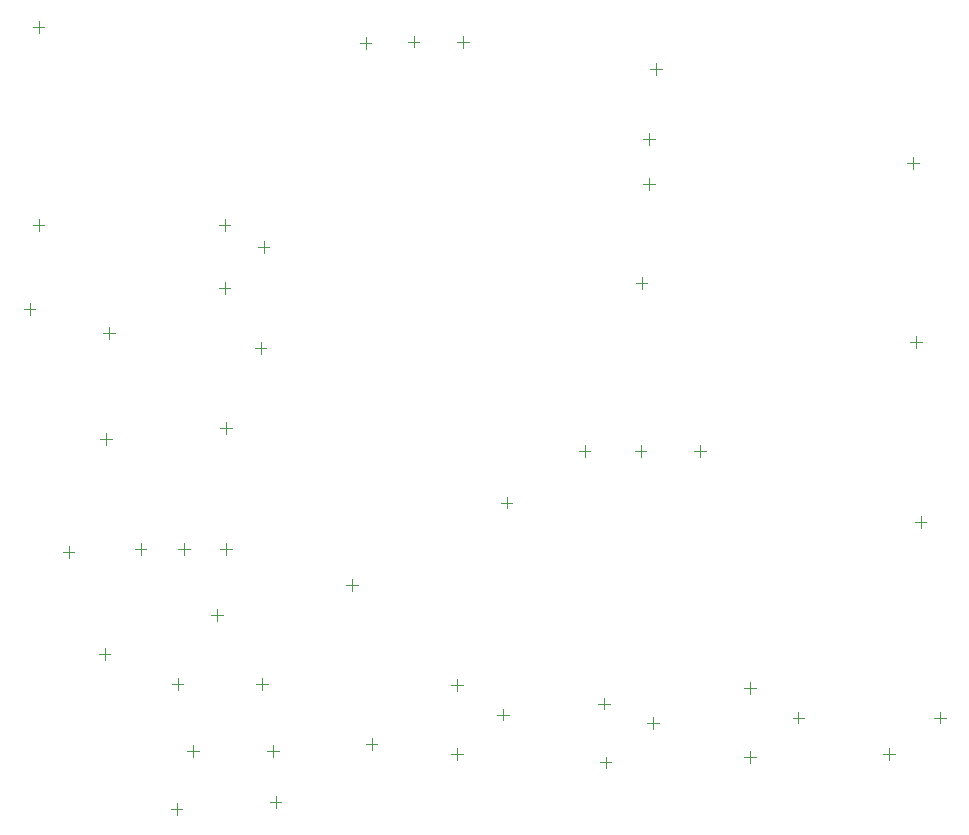
<source format=gbr>
G04*
G04 #@! TF.GenerationSoftware,Altium Limited,Altium Designer,24.2.2 (26)*
G04*
G04 Layer_Color=0*
%FSLAX44Y44*%
%MOMM*%
G71*
G04*
G04 #@! TF.SameCoordinates,251A4116-46B9-4EB5-9C36-AF9AACF17162*
G04*
G04*
G04 #@! TF.FilePolarity,Positive*
G04*
G01*
G75*
%ADD104C,0.1000*%
D104*
X41990Y572770D02*
X51990D01*
X46990Y567770D02*
Y577770D01*
X106680Y475850D02*
Y485850D01*
X101680Y480850D02*
X111680D01*
X323850Y721560D02*
Y731560D01*
X318850Y726560D02*
X328850D01*
X406400Y722710D02*
Y732710D01*
X401400Y727710D02*
X411400D01*
X564862Y704850D02*
X574862D01*
X569862Y699850D02*
Y709850D01*
X787400Y620208D02*
Y630208D01*
X782400Y625208D02*
X792400D01*
X229950Y468630D02*
X239950D01*
X234950Y463630D02*
Y473630D01*
X99140Y391160D02*
X109140D01*
X104140Y386160D02*
Y396160D01*
X359840Y727710D02*
X369140D01*
X364490Y723060D02*
Y732360D01*
X809850Y150430D02*
Y160430D01*
X804850Y155430D02*
X814850D01*
X690320Y150430D02*
Y160430D01*
X685320Y155430D02*
X695320D01*
X312420Y262970D02*
Y272970D01*
X307420Y267970D02*
X317420D01*
X240441Y127000D02*
X250441D01*
X245441Y122000D02*
Y132000D01*
X242650Y83820D02*
X252650D01*
X247650Y78820D02*
Y88820D01*
X236220Y179150D02*
Y189150D01*
X231220Y184150D02*
X241220D01*
X443230Y332452D02*
Y342452D01*
X438230Y337452D02*
X448230D01*
X205740Y293450D02*
Y303450D01*
X200740Y298450D02*
X210740D01*
X34370Y501650D02*
X44370D01*
X39370Y496650D02*
Y506650D01*
X551628Y381000D02*
X561628D01*
X556628Y376000D02*
Y386000D01*
X563880Y640160D02*
Y650160D01*
X558880Y645160D02*
X568880D01*
X97870Y209550D02*
X107870D01*
X102870Y204550D02*
Y214550D01*
X158830Y78302D02*
X168830D01*
X163830Y73302D02*
Y83302D01*
X504270Y381000D02*
X514270D01*
X509270Y376000D02*
Y386000D01*
X557530Y518240D02*
Y528240D01*
X552530Y523240D02*
X562530D01*
X649393Y175587D02*
Y185587D01*
X644393Y180587D02*
X654393D01*
X133350Y293450D02*
Y303450D01*
X128350Y298450D02*
X138350D01*
X328930Y128350D02*
Y138350D01*
X323930Y133350D02*
X333930D01*
X72390Y290910D02*
Y300910D01*
X67390Y295910D02*
X77390D01*
X173032Y127000D02*
X183032D01*
X178032Y122000D02*
Y132000D01*
X159665Y184150D02*
X169665D01*
X164665Y179150D02*
Y189150D01*
X198120Y237570D02*
Y247570D01*
X193120Y242570D02*
X203120D01*
X767080Y119828D02*
Y129828D01*
X762080Y124828D02*
X772080D01*
X644393Y121920D02*
X654393D01*
X649393Y116920D02*
Y126920D01*
X527050Y112364D02*
Y122364D01*
X522050Y117364D02*
X532050D01*
X401437Y119629D02*
Y129629D01*
X396437Y124629D02*
X406437D01*
X205740Y395418D02*
Y405418D01*
X200740Y400418D02*
X210740D01*
X563880Y602060D02*
Y612060D01*
X558880Y607060D02*
X568880D01*
X170180Y293450D02*
Y303450D01*
X165180Y298450D02*
X175180D01*
X396437Y183296D02*
X406437D01*
X401437Y178296D02*
Y188296D01*
X606692Y376000D02*
Y386000D01*
X601692Y381000D02*
X611692D01*
X204470Y567650D02*
Y577650D01*
X199470Y572650D02*
X209470D01*
X789940Y468342D02*
Y478342D01*
X784940Y473342D02*
X794940D01*
X232490Y553720D02*
X242490D01*
X237490Y548720D02*
Y558720D01*
X46990Y735410D02*
Y745410D01*
X41990Y740410D02*
X51990D01*
X199470Y519430D02*
X209470D01*
X204470Y514430D02*
Y524430D01*
X562130Y150873D02*
X572130D01*
X567130Y145873D02*
Y155873D01*
X434980Y157970D02*
X444980D01*
X439980Y152970D02*
Y162970D01*
X520780Y167261D02*
X530780D01*
X525780Y162261D02*
Y172261D01*
X788750Y321310D02*
X798750D01*
X793750Y316310D02*
Y326310D01*
M02*

</source>
